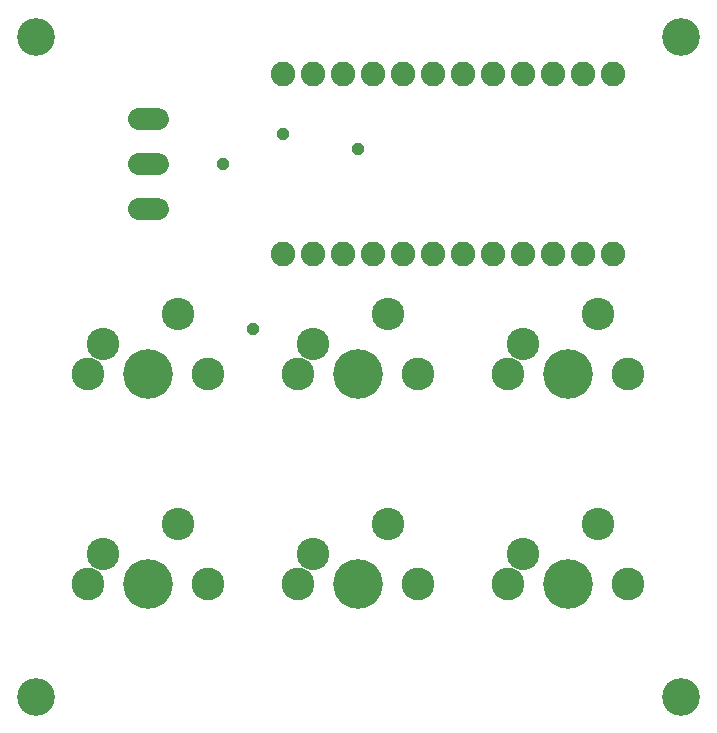
<source format=gbr>
G04 EAGLE Gerber RS-274X export*
G75*
%MOMM*%
%FSLAX34Y34*%
%LPD*%
%INSoldermask Bottom*%
%IPPOS*%
%AMOC8*
5,1,8,0,0,1.08239X$1,22.5*%
G01*
%ADD10C,3.203194*%
%ADD11C,2.082800*%
%ADD12C,1.879600*%
%ADD13C,2.743200*%
%ADD14C,2.774800*%
%ADD15C,4.203600*%
%ADD16P,1.038661X8X22.500000*%


D10*
X920750Y323850D03*
X920750Y882650D03*
X374650Y323850D03*
X374650Y882650D03*
D11*
X863600Y850900D03*
X838200Y850900D03*
X812800Y850900D03*
X787400Y850900D03*
X762000Y850900D03*
X736600Y850900D03*
X711200Y850900D03*
X685800Y850900D03*
X660400Y850900D03*
X635000Y850900D03*
X609600Y850900D03*
X584200Y850900D03*
X584200Y698500D03*
X609600Y698500D03*
X635000Y698500D03*
X660400Y698500D03*
X685800Y698500D03*
X711200Y698500D03*
X736600Y698500D03*
X762000Y698500D03*
X787400Y698500D03*
X812800Y698500D03*
X838200Y698500D03*
X863600Y698500D03*
D12*
X478282Y812800D02*
X461518Y812800D01*
X461518Y774700D02*
X478282Y774700D01*
X478282Y736600D02*
X461518Y736600D01*
D13*
X431800Y622300D03*
X495300Y647700D03*
D14*
X419100Y596900D03*
X520700Y596900D03*
D15*
X469900Y596900D03*
D13*
X609600Y622300D03*
X673100Y647700D03*
D14*
X596900Y596900D03*
X698500Y596900D03*
D15*
X647700Y596900D03*
D13*
X787400Y622300D03*
X850900Y647700D03*
D14*
X774700Y596900D03*
X876300Y596900D03*
D15*
X825500Y596900D03*
D13*
X431800Y444500D03*
X495300Y469900D03*
D14*
X419100Y419100D03*
X520700Y419100D03*
D15*
X469900Y419100D03*
D13*
X609600Y444500D03*
X673100Y469900D03*
D14*
X596900Y419100D03*
X698500Y419100D03*
D15*
X647700Y419100D03*
D13*
X787400Y444500D03*
X850900Y469900D03*
D14*
X774700Y419100D03*
X876300Y419100D03*
D15*
X825500Y419100D03*
D16*
X558800Y635000D03*
X584200Y800100D03*
X647700Y787400D03*
X533400Y774700D03*
M02*

</source>
